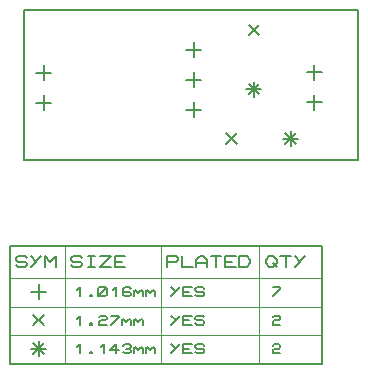
<source format=gbr>
G04 PROTEUS RS274X GERBER FILE*
%FSLAX45Y45*%
%MOMM*%
G01*
%ADD17C,0.203200*%
%ADD18C,0.127000*%
%ADD19C,0.063500*%
%TD.AperFunction*%
D17*
X+270000Y+587500D02*
X+270000Y+460500D01*
X+206500Y+524000D02*
X+333500Y+524000D01*
X+270000Y+841500D02*
X+270000Y+714500D01*
X+206500Y+778000D02*
X+333500Y+778000D01*
X+2560000Y+593500D02*
X+2560000Y+466500D01*
X+2496500Y+530000D02*
X+2623500Y+530000D01*
X+2560000Y+847500D02*
X+2560000Y+720500D01*
X+2496500Y+784000D02*
X+2623500Y+784000D01*
X+1540000Y+529500D02*
X+1540000Y+402500D01*
X+1476500Y+466000D02*
X+1603500Y+466000D01*
X+1540000Y+783500D02*
X+1540000Y+656500D01*
X+1476500Y+720000D02*
X+1603500Y+720000D01*
X+1540000Y+1037500D02*
X+1540000Y+910500D01*
X+1476500Y+974000D02*
X+1603500Y+974000D01*
X+1815099Y+264901D02*
X+1904901Y+175099D01*
X+1815099Y+175099D02*
X+1904901Y+264901D01*
X+2360000Y+283500D02*
X+2360000Y+156500D01*
X+2296500Y+220000D02*
X+2423500Y+220000D01*
X+2315099Y+264901D02*
X+2404901Y+175099D01*
X+2315099Y+175099D02*
X+2404901Y+264901D01*
X+2005099Y+1184901D02*
X+2094901Y+1095099D01*
X+2005099Y+1095099D02*
X+2094901Y+1184901D01*
X+2050000Y+703500D02*
X+2050000Y+576500D01*
X+1986500Y+640000D02*
X+2113500Y+640000D01*
X+2005099Y+684901D02*
X+2094901Y+595099D01*
X+2005099Y+595099D02*
X+2094901Y+684901D01*
X+100000Y+40000D02*
X+2930000Y+40000D01*
X+2930000Y+1310000D01*
X+100000Y+1310000D01*
X+100000Y+40000D01*
D18*
X-19560Y-1689800D02*
X+2624580Y-1689800D01*
X+2624580Y-686500D01*
X-19560Y-686500D01*
X-19560Y-1689800D01*
D19*
X+447802Y-686500D02*
X+447802Y-1689800D01*
X+1260602Y-686500D02*
X+1260602Y-1689800D01*
X+2093722Y-686500D02*
X+2093722Y-1689800D01*
X-19560Y-959550D02*
X+2624580Y-959550D01*
X-19560Y-1200850D02*
X+2624580Y-1200850D01*
X-19560Y-1442150D02*
X+2624580Y-1442150D01*
D18*
X+37590Y-850330D02*
X+52830Y-865570D01*
X+113790Y-865570D01*
X+129030Y-850330D01*
X+129030Y-835090D01*
X+113790Y-819850D01*
X+52830Y-819850D01*
X+37590Y-804610D01*
X+37590Y-789370D01*
X+52830Y-774130D01*
X+113790Y-774130D01*
X+129030Y-789370D01*
X+250950Y-774130D02*
X+159510Y-865570D01*
X+159510Y-774130D02*
X+205230Y-819850D01*
X+281430Y-865570D02*
X+281430Y-774130D01*
X+327150Y-819850D01*
X+372870Y-774130D01*
X+372870Y-865570D01*
X+504950Y-850330D02*
X+520190Y-865570D01*
X+581150Y-865570D01*
X+596390Y-850330D01*
X+596390Y-835090D01*
X+581150Y-819850D01*
X+520190Y-819850D01*
X+504950Y-804610D01*
X+504950Y-789370D01*
X+520190Y-774130D01*
X+581150Y-774130D01*
X+596390Y-789370D01*
X+642110Y-774130D02*
X+703070Y-774130D01*
X+672590Y-774130D02*
X+672590Y-865570D01*
X+642110Y-865570D02*
X+703070Y-865570D01*
X+748790Y-774130D02*
X+840230Y-774130D01*
X+748790Y-865570D01*
X+840230Y-865570D01*
X+962150Y-865570D02*
X+870710Y-865570D01*
X+870710Y-774130D01*
X+962150Y-774130D01*
X+870710Y-819850D02*
X+931670Y-819850D01*
X+1317750Y-865570D02*
X+1317750Y-774130D01*
X+1393950Y-774130D01*
X+1409190Y-789370D01*
X+1409190Y-804610D01*
X+1393950Y-819850D01*
X+1317750Y-819850D01*
X+1439670Y-774130D02*
X+1439670Y-865570D01*
X+1531110Y-865570D01*
X+1561590Y-865570D02*
X+1561590Y-804610D01*
X+1592070Y-774130D01*
X+1622550Y-774130D01*
X+1653030Y-804610D01*
X+1653030Y-865570D01*
X+1561590Y-835090D02*
X+1653030Y-835090D01*
X+1683510Y-774130D02*
X+1774950Y-774130D01*
X+1729230Y-774130D02*
X+1729230Y-865570D01*
X+1896870Y-865570D02*
X+1805430Y-865570D01*
X+1805430Y-774130D01*
X+1896870Y-774130D01*
X+1805430Y-819850D02*
X+1866390Y-819850D01*
X+1927350Y-865570D02*
X+1927350Y-774130D01*
X+1988310Y-774130D01*
X+2018790Y-804610D01*
X+2018790Y-835090D01*
X+1988310Y-865570D01*
X+1927350Y-865570D01*
X+2150870Y-804610D02*
X+2181350Y-774130D01*
X+2211830Y-774130D01*
X+2242310Y-804610D01*
X+2242310Y-835090D01*
X+2211830Y-865570D01*
X+2181350Y-865570D01*
X+2150870Y-835090D01*
X+2150870Y-804610D01*
X+2211830Y-835090D02*
X+2242310Y-865570D01*
X+2272790Y-774130D02*
X+2364230Y-774130D01*
X+2318510Y-774130D02*
X+2318510Y-865570D01*
X+2486150Y-774130D02*
X+2394710Y-865570D01*
X+2394710Y-774130D02*
X+2440430Y-819850D01*
D17*
X+226820Y-1010350D02*
X+226820Y-1137350D01*
X+163320Y-1073850D02*
X+290320Y-1073850D01*
D18*
X+549400Y-1061150D02*
X+574800Y-1035750D01*
X+574800Y-1111950D01*
X+663700Y-1099250D02*
X+676400Y-1099250D01*
X+676400Y-1111950D01*
X+663700Y-1111950D01*
X+663700Y-1099250D01*
X+727200Y-1099250D02*
X+727200Y-1048450D01*
X+739900Y-1035750D01*
X+790700Y-1035750D01*
X+803400Y-1048450D01*
X+803400Y-1099250D01*
X+790700Y-1111950D01*
X+739900Y-1111950D01*
X+727200Y-1099250D01*
X+727200Y-1111950D02*
X+803400Y-1035750D01*
X+854200Y-1061150D02*
X+879600Y-1035750D01*
X+879600Y-1111950D01*
X+1006600Y-1048450D02*
X+993900Y-1035750D01*
X+955800Y-1035750D01*
X+943100Y-1048450D01*
X+943100Y-1099250D01*
X+955800Y-1111950D01*
X+993900Y-1111950D01*
X+1006600Y-1099250D01*
X+1006600Y-1086550D01*
X+993900Y-1073850D01*
X+943100Y-1073850D01*
X+1032000Y-1111950D02*
X+1032000Y-1061150D01*
X+1032000Y-1073850D02*
X+1044700Y-1061150D01*
X+1070100Y-1086550D01*
X+1095500Y-1061150D01*
X+1108200Y-1073850D01*
X+1108200Y-1111950D01*
X+1133600Y-1111950D02*
X+1133600Y-1061150D01*
X+1133600Y-1073850D02*
X+1146300Y-1061150D01*
X+1171700Y-1086550D01*
X+1197100Y-1061150D01*
X+1209800Y-1073850D01*
X+1209800Y-1111950D01*
X+1425700Y-1035750D02*
X+1349500Y-1111950D01*
X+1349500Y-1035750D02*
X+1387600Y-1073850D01*
X+1527300Y-1111950D02*
X+1451100Y-1111950D01*
X+1451100Y-1035750D01*
X+1527300Y-1035750D01*
X+1451100Y-1073850D02*
X+1501900Y-1073850D01*
X+1552700Y-1099250D02*
X+1565400Y-1111950D01*
X+1616200Y-1111950D01*
X+1628900Y-1099250D01*
X+1628900Y-1086550D01*
X+1616200Y-1073850D01*
X+1565400Y-1073850D01*
X+1552700Y-1061150D01*
X+1552700Y-1048450D01*
X+1565400Y-1035750D01*
X+1616200Y-1035750D01*
X+1628900Y-1048450D01*
X+2208020Y-1035750D02*
X+2271520Y-1035750D01*
X+2271520Y-1048450D01*
X+2208020Y-1111950D01*
D17*
X+181919Y-1270249D02*
X+271721Y-1360051D01*
X+181919Y-1360051D02*
X+271721Y-1270249D01*
D18*
X+549400Y-1302450D02*
X+574800Y-1277050D01*
X+574800Y-1353250D01*
X+663700Y-1340550D02*
X+676400Y-1340550D01*
X+676400Y-1353250D01*
X+663700Y-1353250D01*
X+663700Y-1340550D01*
X+739900Y-1289750D02*
X+752600Y-1277050D01*
X+790700Y-1277050D01*
X+803400Y-1289750D01*
X+803400Y-1302450D01*
X+790700Y-1315150D01*
X+752600Y-1315150D01*
X+739900Y-1327850D01*
X+739900Y-1353250D01*
X+803400Y-1353250D01*
X+841500Y-1277050D02*
X+905000Y-1277050D01*
X+905000Y-1289750D01*
X+841500Y-1353250D01*
X+930400Y-1353250D02*
X+930400Y-1302450D01*
X+930400Y-1315150D02*
X+943100Y-1302450D01*
X+968500Y-1327850D01*
X+993900Y-1302450D01*
X+1006600Y-1315150D01*
X+1006600Y-1353250D01*
X+1032000Y-1353250D02*
X+1032000Y-1302450D01*
X+1032000Y-1315150D02*
X+1044700Y-1302450D01*
X+1070100Y-1327850D01*
X+1095500Y-1302450D01*
X+1108200Y-1315150D01*
X+1108200Y-1353250D01*
X+1425700Y-1277050D02*
X+1349500Y-1353250D01*
X+1349500Y-1277050D02*
X+1387600Y-1315150D01*
X+1527300Y-1353250D02*
X+1451100Y-1353250D01*
X+1451100Y-1277050D01*
X+1527300Y-1277050D01*
X+1451100Y-1315150D02*
X+1501900Y-1315150D01*
X+1552700Y-1340550D02*
X+1565400Y-1353250D01*
X+1616200Y-1353250D01*
X+1628900Y-1340550D01*
X+1628900Y-1327850D01*
X+1616200Y-1315150D01*
X+1565400Y-1315150D01*
X+1552700Y-1302450D01*
X+1552700Y-1289750D01*
X+1565400Y-1277050D01*
X+1616200Y-1277050D01*
X+1628900Y-1289750D01*
X+2208020Y-1289750D02*
X+2220720Y-1277050D01*
X+2258820Y-1277050D01*
X+2271520Y-1289750D01*
X+2271520Y-1302450D01*
X+2258820Y-1315150D01*
X+2220720Y-1315150D01*
X+2208020Y-1327850D01*
X+2208020Y-1353250D01*
X+2271520Y-1353250D01*
D17*
X+226820Y-1492950D02*
X+226820Y-1619950D01*
X+163320Y-1556450D02*
X+290320Y-1556450D01*
X+181919Y-1511549D02*
X+271721Y-1601351D01*
X+181919Y-1601351D02*
X+271721Y-1511549D01*
D18*
X+549400Y-1543750D02*
X+574800Y-1518350D01*
X+574800Y-1594550D01*
X+663700Y-1581850D02*
X+676400Y-1581850D01*
X+676400Y-1594550D01*
X+663700Y-1594550D01*
X+663700Y-1581850D01*
X+752600Y-1543750D02*
X+778000Y-1518350D01*
X+778000Y-1594550D01*
X+905000Y-1569150D02*
X+828800Y-1569150D01*
X+879600Y-1518350D01*
X+879600Y-1594550D01*
X+943100Y-1531050D02*
X+955800Y-1518350D01*
X+993900Y-1518350D01*
X+1006600Y-1531050D01*
X+1006600Y-1543750D01*
X+993900Y-1556450D01*
X+1006600Y-1569150D01*
X+1006600Y-1581850D01*
X+993900Y-1594550D01*
X+955800Y-1594550D01*
X+943100Y-1581850D01*
X+968500Y-1556450D02*
X+993900Y-1556450D01*
X+1032000Y-1594550D02*
X+1032000Y-1543750D01*
X+1032000Y-1556450D02*
X+1044700Y-1543750D01*
X+1070100Y-1569150D01*
X+1095500Y-1543750D01*
X+1108200Y-1556450D01*
X+1108200Y-1594550D01*
X+1133600Y-1594550D02*
X+1133600Y-1543750D01*
X+1133600Y-1556450D02*
X+1146300Y-1543750D01*
X+1171700Y-1569150D01*
X+1197100Y-1543750D01*
X+1209800Y-1556450D01*
X+1209800Y-1594550D01*
X+1425700Y-1518350D02*
X+1349500Y-1594550D01*
X+1349500Y-1518350D02*
X+1387600Y-1556450D01*
X+1527300Y-1594550D02*
X+1451100Y-1594550D01*
X+1451100Y-1518350D01*
X+1527300Y-1518350D01*
X+1451100Y-1556450D02*
X+1501900Y-1556450D01*
X+1552700Y-1581850D02*
X+1565400Y-1594550D01*
X+1616200Y-1594550D01*
X+1628900Y-1581850D01*
X+1628900Y-1569150D01*
X+1616200Y-1556450D01*
X+1565400Y-1556450D01*
X+1552700Y-1543750D01*
X+1552700Y-1531050D01*
X+1565400Y-1518350D01*
X+1616200Y-1518350D01*
X+1628900Y-1531050D01*
X+2208020Y-1531050D02*
X+2220720Y-1518350D01*
X+2258820Y-1518350D01*
X+2271520Y-1531050D01*
X+2271520Y-1543750D01*
X+2258820Y-1556450D01*
X+2220720Y-1556450D01*
X+2208020Y-1569150D01*
X+2208020Y-1594550D01*
X+2271520Y-1594550D01*
M02*

</source>
